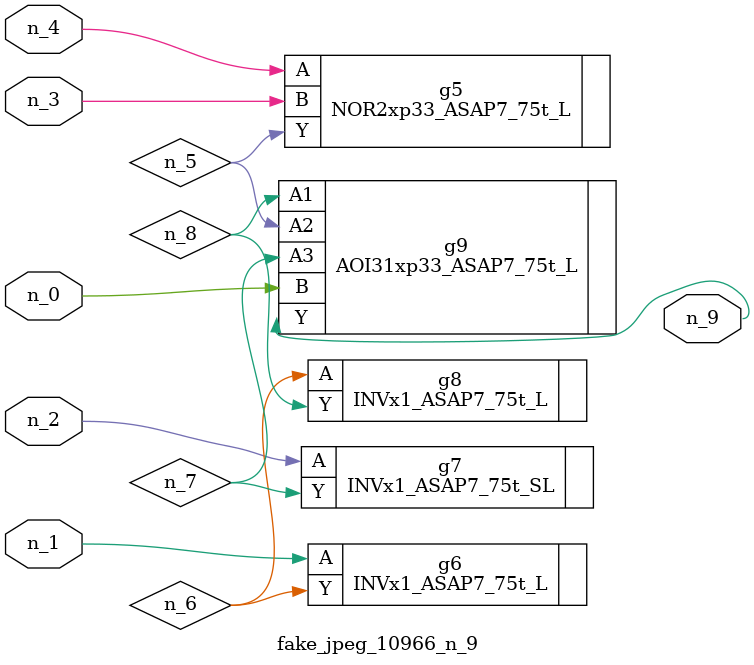
<source format=v>
module fake_jpeg_10966_n_9 (n_3, n_2, n_1, n_0, n_4, n_9);

input n_3;
input n_2;
input n_1;
input n_0;
input n_4;

output n_9;

wire n_8;
wire n_6;
wire n_5;
wire n_7;

NOR2xp33_ASAP7_75t_L g5 ( 
.A(n_4),
.B(n_3),
.Y(n_5)
);

INVx1_ASAP7_75t_L g6 ( 
.A(n_1),
.Y(n_6)
);

INVx1_ASAP7_75t_SL g7 ( 
.A(n_2),
.Y(n_7)
);

INVx1_ASAP7_75t_L g8 ( 
.A(n_6),
.Y(n_8)
);

AOI31xp33_ASAP7_75t_L g9 ( 
.A1(n_8),
.A2(n_5),
.A3(n_7),
.B(n_0),
.Y(n_9)
);


endmodule
</source>
